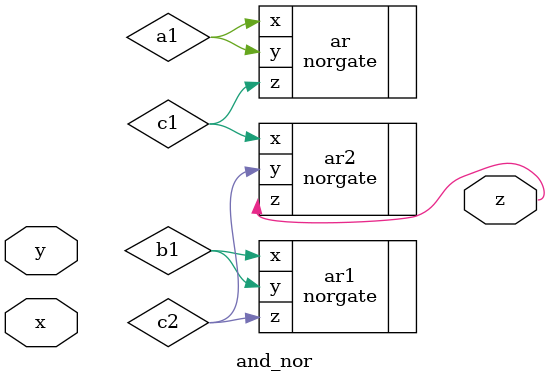
<source format=v>
module and_nor(input x, input y, output z);


wire c1;
wire c2;
///wire c3;

norgate ar( .x(a1), .y(a1), .z(c1));
norgate ar1( .x(b1), .y(b1), .z(c2));
norgate ar2( .x(c1), .y(c2), .z(z));


endmodule



</source>
